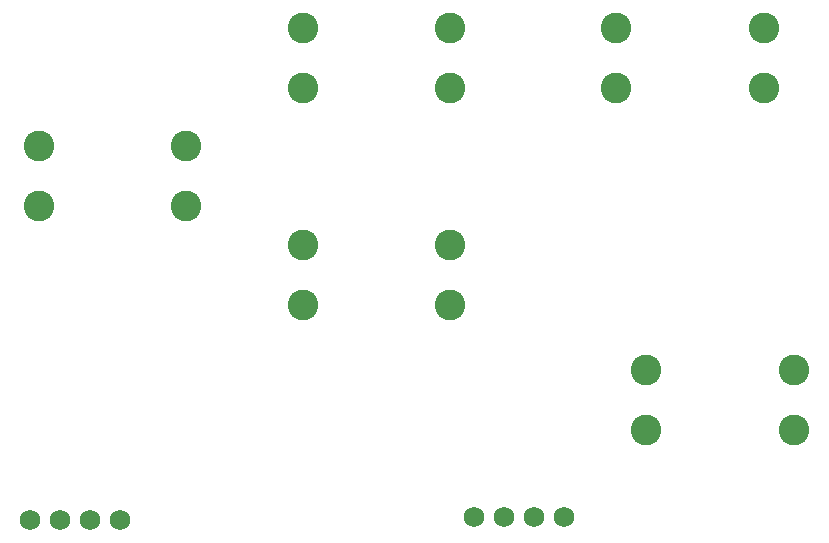
<source format=gbs>
G04 Layer: BottomSolderMaskLayer*
G04 EasyEDA v6.4.19.5, 2021-06-10T14:33:20+08:00*
G04 ed129758da8a4c2b9aaecc33d375d10c,ce7df3decd3943efa2da757d0dc3e78d,10*
G04 Gerber Generator version 0.2*
G04 Scale: 100 percent, Rotated: No, Reflected: No *
G04 Dimensions in millimeters *
G04 leading zeros omitted , absolute positions ,4 integer and 5 decimal *
%FSLAX45Y45*%
%MOMM*%

%ADD16C,1.7272*%
%ADD17C,2.6016*%

%LPD*%
D16*
G01*
X4953000Y3898900D03*
G01*
X5207000Y3898900D03*
G01*
X5461000Y3898900D03*
G01*
X5715000Y3898900D03*
G01*
X1193800Y3873500D03*
G01*
X1447800Y3873500D03*
G01*
X1701800Y3873500D03*
G01*
X1955800Y3873500D03*
D17*
G01*
X1267320Y7035787D03*
G01*
X2517305Y7035787D03*
G01*
X2517305Y6527787D03*
G01*
X1267320Y6527787D03*
G01*
X3502520Y6197587D03*
G01*
X4752505Y6197587D03*
G01*
X4752505Y5689587D03*
G01*
X3502520Y5689587D03*
G01*
X3502520Y8039087D03*
G01*
X4752505Y8039087D03*
G01*
X4752505Y7531087D03*
G01*
X3502520Y7531087D03*
G01*
X6156820Y8039087D03*
G01*
X7406805Y8039087D03*
G01*
X7406805Y7531087D03*
G01*
X6156820Y7531087D03*
G01*
X6410820Y5143487D03*
G01*
X7660805Y5143487D03*
G01*
X7660805Y4635487D03*
G01*
X6410820Y4635487D03*
M02*

</source>
